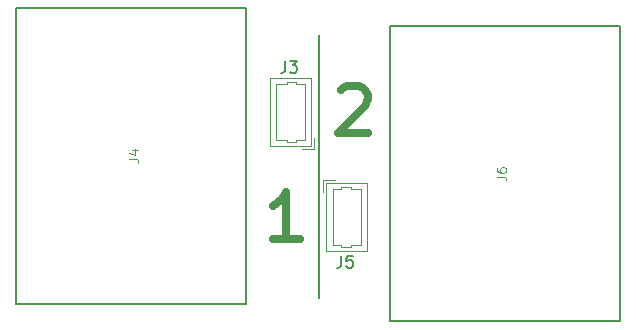
<source format=gbr>
G04 #@! TF.FileFunction,Legend,Top*
%FSLAX46Y46*%
G04 Gerber Fmt 4.6, Leading zero omitted, Abs format (unit mm)*
G04 Created by KiCad (PCBNEW 4.0.7) date Wed Jun 13 11:36:42 2018*
%MOMM*%
%LPD*%
G01*
G04 APERTURE LIST*
%ADD10C,0.100000*%
%ADD11C,0.700000*%
%ADD12C,0.200000*%
%ADD13C,0.120000*%
%ADD14C,0.150000*%
G04 APERTURE END LIST*
D10*
D11*
X27257143Y17739524D02*
X27447619Y17930000D01*
X27828571Y18120476D01*
X28780952Y18120476D01*
X29161905Y17930000D01*
X29352381Y17739524D01*
X29542857Y17358571D01*
X29542857Y16977619D01*
X29352381Y16406190D01*
X27066667Y14120476D01*
X29542857Y14120476D01*
D12*
X25400000Y22430000D02*
X25400000Y180000D01*
D11*
X23792857Y5120476D02*
X21507143Y5120476D01*
X22650000Y5120476D02*
X22650000Y9120476D01*
X22269048Y8549048D01*
X21888095Y8168095D01*
X21507143Y7977619D01*
D13*
X21270000Y12975000D02*
X24770000Y12975000D01*
X24770000Y12975000D02*
X24770000Y18775000D01*
X24770000Y18775000D02*
X21270000Y18775000D01*
X21270000Y18775000D02*
X21270000Y12975000D01*
X24220000Y15875000D02*
X24220000Y13525000D01*
X24220000Y13525000D02*
X23495000Y13525000D01*
X23495000Y13525000D02*
X23495000Y13325000D01*
X23495000Y13325000D02*
X22695000Y13325000D01*
X22695000Y13325000D02*
X22695000Y13525000D01*
X22695000Y13525000D02*
X21820000Y13525000D01*
X21820000Y13525000D02*
X21820000Y15875000D01*
X24220000Y15875000D02*
X24220000Y18225000D01*
X24220000Y18225000D02*
X23495000Y18225000D01*
X23495000Y18225000D02*
X23495000Y18425000D01*
X23495000Y18425000D02*
X22695000Y18425000D01*
X22695000Y18425000D02*
X22695000Y18225000D01*
X22695000Y18225000D02*
X21820000Y18225000D01*
X21820000Y18225000D02*
X21820000Y15875000D01*
X25020000Y12725000D02*
X24020000Y12725000D01*
X25020000Y12725000D02*
X25020000Y13725000D01*
X29530000Y9885000D02*
X26030000Y9885000D01*
X26030000Y9885000D02*
X26030000Y4085000D01*
X26030000Y4085000D02*
X29530000Y4085000D01*
X29530000Y4085000D02*
X29530000Y9885000D01*
X26580000Y6985000D02*
X26580000Y9335000D01*
X26580000Y9335000D02*
X27305000Y9335000D01*
X27305000Y9335000D02*
X27305000Y9535000D01*
X27305000Y9535000D02*
X28105000Y9535000D01*
X28105000Y9535000D02*
X28105000Y9335000D01*
X28105000Y9335000D02*
X28980000Y9335000D01*
X28980000Y9335000D02*
X28980000Y6985000D01*
X26580000Y6985000D02*
X26580000Y4635000D01*
X26580000Y4635000D02*
X27305000Y4635000D01*
X27305000Y4635000D02*
X27305000Y4435000D01*
X27305000Y4435000D02*
X28105000Y4435000D01*
X28105000Y4435000D02*
X28105000Y4635000D01*
X28105000Y4635000D02*
X28980000Y4635000D01*
X28980000Y4635000D02*
X28980000Y6985000D01*
X25780000Y10135000D02*
X26780000Y10135000D01*
X25780000Y10135000D02*
X25780000Y9135000D01*
D14*
X31400000Y23180000D02*
X50900000Y23180000D01*
X31400000Y-1820000D02*
X31400000Y23180000D01*
X50900000Y-1820000D02*
X31400000Y-1820000D01*
X50900000Y23180000D02*
X50900000Y-1820000D01*
X19275000Y-320000D02*
X-225000Y-320000D01*
X19275000Y24680000D02*
X19275000Y-320000D01*
X-225000Y24680000D02*
X19275000Y24680000D01*
X-225000Y-320000D02*
X-225000Y24680000D01*
X22566667Y20227619D02*
X22566667Y19513333D01*
X22519047Y19370476D01*
X22423809Y19275238D01*
X22280952Y19227619D01*
X22185714Y19227619D01*
X22947619Y20227619D02*
X23566667Y20227619D01*
X23233333Y19846667D01*
X23376191Y19846667D01*
X23471429Y19799048D01*
X23519048Y19751429D01*
X23566667Y19656190D01*
X23566667Y19418095D01*
X23519048Y19322857D01*
X23471429Y19275238D01*
X23376191Y19227619D01*
X23090476Y19227619D01*
X22995238Y19275238D01*
X22947619Y19322857D01*
X27316667Y3727619D02*
X27316667Y3013333D01*
X27269047Y2870476D01*
X27173809Y2775238D01*
X27030952Y2727619D01*
X26935714Y2727619D01*
X28269048Y3727619D02*
X27792857Y3727619D01*
X27745238Y3251429D01*
X27792857Y3299048D01*
X27888095Y3346667D01*
X28126191Y3346667D01*
X28221429Y3299048D01*
X28269048Y3251429D01*
X28316667Y3156190D01*
X28316667Y2918095D01*
X28269048Y2822857D01*
X28221429Y2775238D01*
X28126191Y2727619D01*
X27888095Y2727619D01*
X27792857Y2775238D01*
X27745238Y2822857D01*
D10*
X40461905Y10413334D02*
X41033333Y10413334D01*
X41147619Y10375238D01*
X41223810Y10299048D01*
X41261905Y10184762D01*
X41261905Y10108572D01*
X40461905Y11137143D02*
X40461905Y10984762D01*
X40500000Y10908572D01*
X40538095Y10870477D01*
X40652381Y10794286D01*
X40804762Y10756191D01*
X41109524Y10756191D01*
X41185714Y10794286D01*
X41223810Y10832381D01*
X41261905Y10908572D01*
X41261905Y11060953D01*
X41223810Y11137143D01*
X41185714Y11175239D01*
X41109524Y11213334D01*
X40919048Y11213334D01*
X40842857Y11175239D01*
X40804762Y11137143D01*
X40766667Y11060953D01*
X40766667Y10908572D01*
X40804762Y10832381D01*
X40842857Y10794286D01*
X40919048Y10756191D01*
X9336905Y11913334D02*
X9908333Y11913334D01*
X10022619Y11875238D01*
X10098810Y11799048D01*
X10136905Y11684762D01*
X10136905Y11608572D01*
X9603571Y12637143D02*
X10136905Y12637143D01*
X9298810Y12446667D02*
X9870238Y12256191D01*
X9870238Y12751429D01*
M02*

</source>
